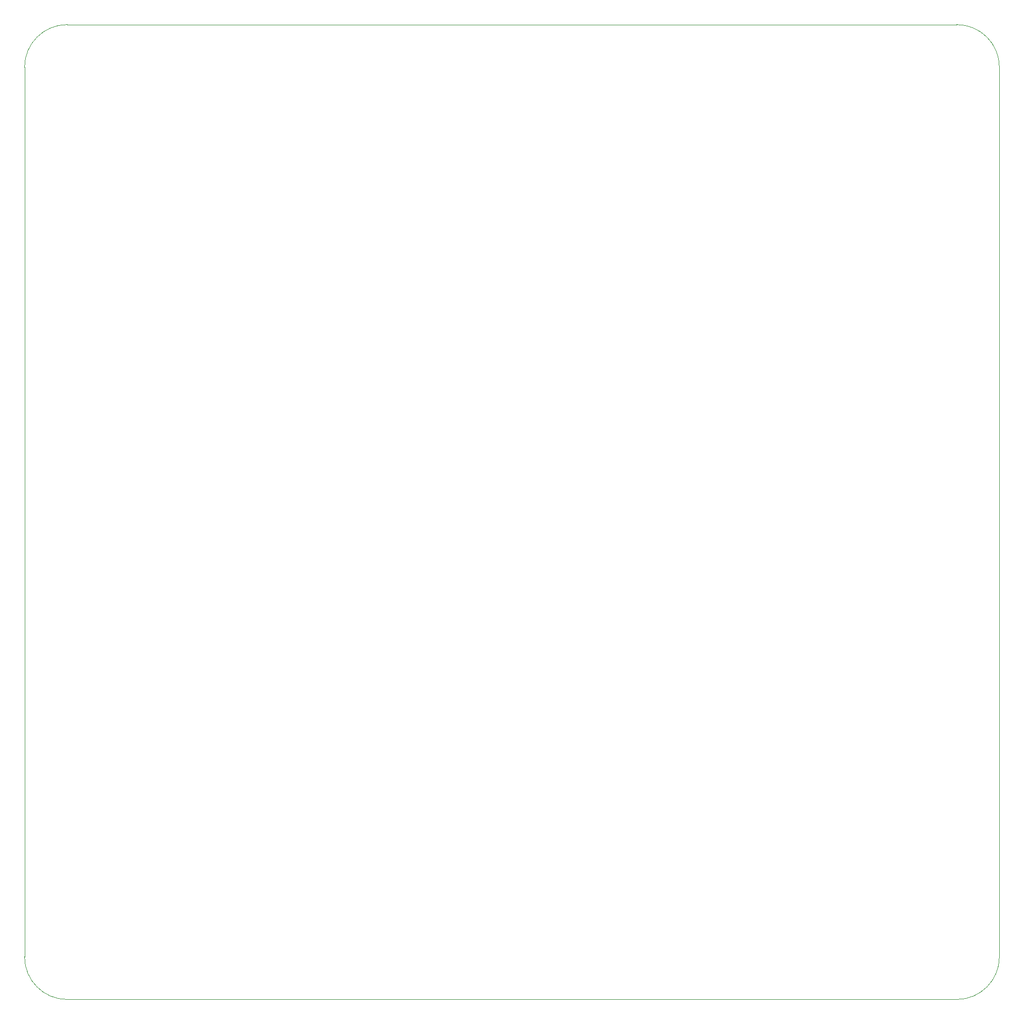
<source format=gbr>
G04 #@! TF.GenerationSoftware,KiCad,Pcbnew,5.1.7-a382d34a8~88~ubuntu20.04.1*
G04 #@! TF.CreationDate,2021-04-25T17:04:25-07:00*
G04 #@! TF.ProjectId,tec-1,7465632d-312e-46b6-9963-61645f706362,Apr2021*
G04 #@! TF.SameCoordinates,Original*
G04 #@! TF.FileFunction,Profile,NP*
%FSLAX46Y46*%
G04 Gerber Fmt 4.6, Leading zero omitted, Abs format (unit mm)*
G04 Created by KiCad (PCBNEW 5.1.7-a382d34a8~88~ubuntu20.04.1) date 2021-04-25 17:04:25*
%MOMM*%
%LPD*%
G01*
G04 APERTURE LIST*
G04 #@! TA.AperFunction,Profile*
%ADD10C,0.050000*%
G04 #@! TD*
G04 APERTURE END LIST*
D10*
X27000000Y-20000000D02*
X173000000Y-20000000D01*
X20000000Y-173000000D02*
X20000000Y-27000000D01*
X173000000Y-180000000D02*
X27000000Y-180000000D01*
X180000000Y-27000000D02*
X180000000Y-173000000D01*
X173000000Y-20000000D02*
G75*
G02*
X180000000Y-27000000I0J-7000000D01*
G01*
X180000000Y-173000000D02*
G75*
G02*
X173000000Y-180000000I-7000000J0D01*
G01*
X27000000Y-180000000D02*
G75*
G02*
X20000000Y-173000000I0J7000000D01*
G01*
X20000000Y-27000000D02*
G75*
G02*
X27000000Y-20000000I7000000J0D01*
G01*
M02*

</source>
